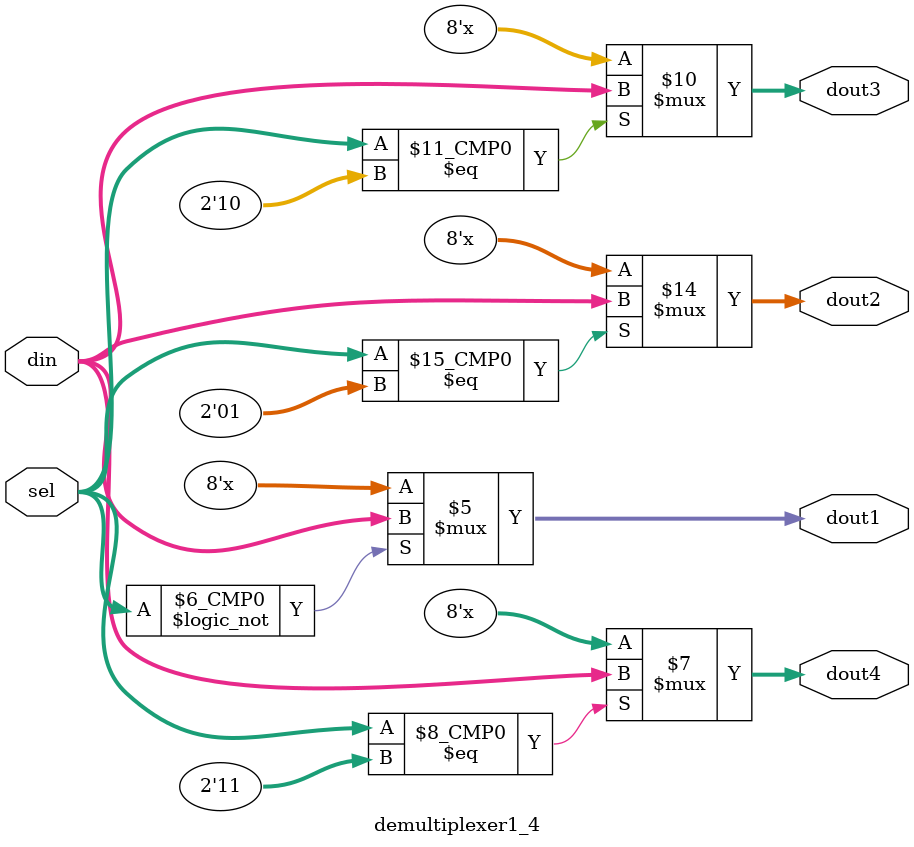
<source format=v>
module demultiplexer1_4 #(parameter W=8)( din ,sel ,dout1,dout2,dout3,dout4 );

output [(W-1):0] dout1 ;
reg [(W-1):0] dout1 ;
output [(W-1):0] dout2 ;
reg [(W-1):0] dout2 ;
output [(W-1):0] dout3 ;
reg [(W-1):0] dout3 ;
output [(W-1):0] dout4 ;
reg [(W-1):0] dout4 ;
input [(W-1):0] din ;
wire [(W-1):0] din ;
input [1:0] sel ;
wire [1:0] sel ;

always @ (*) begin
 case (sel)
  0 : dout1 = din;
  1 : dout2 = din;
  2 : dout3 = din;
  3 : dout4 = din;
  default : dout1 = din;
 endcase
end

endmodule
</source>
